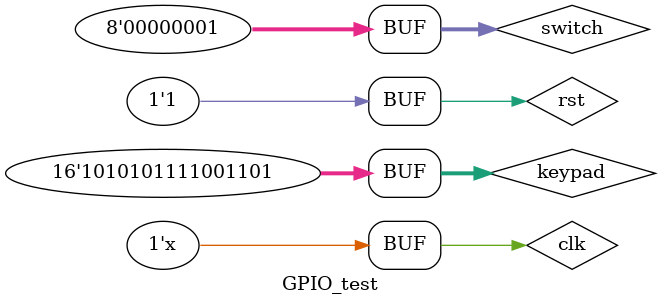
<source format=v>
`timescale 1ns / 1ps

module GPIO_test();

    reg clk, rst;

    initial begin
        clk = 0;
        rst = 0;
        #7 rst = 1;
    end

    always begin
        #5 clk = ~clk;
    end

    // AXI
    wire [3:0]  arid;
    wire [31:0] araddr;
    wire [7:0]  arlen;
    wire [2:0]  arsize;
    wire [1:0]  arburst;
    wire [1:0]  arlock;
    wire [3:0]  arcache;
    wire [2:0]  arprot;
    wire        arvalid;
    wire        arready;
    wire [3:0]  rid;
    wire [31:0] rdata;
    wire [1:0]  rresp;
    wire        rlast;
    wire        rvalid;
    wire        rready;
    wire [3:0]  awid;
    wire [31:0] awaddr;
    wire [7:0]  awlen;
    wire [2:0]  awsize;
    wire [1:0]  awburst;
    wire [1:0]  awlock;
    wire [3:0]  awcache;
    wire [2:0]  awprot;
    wire        awvalid;
    wire        awready;
    wire [3:0]  wid;
    wire [31:0] wdata;
    wire [3:0]  wstrb;
    wire        wlast;
    wire        wvalid;
    wire        wready;
    wire [3:0]  bid;
    wire [1:0]  bresp;
    wire        bvalid;
    wire        bready;

    reg inst_req, data_req;
    reg[31:0] inst_addr, data_addr, data_wdata;

    wire[31:0] inst_rdata_conn;
    wire inst_addr_ok_conn, inst_data_ok_conn;
    wire data_addr_ok_conn, data_data_ok_conn;

    cpu_axi_interface axi_interface(
        .clk(clk),
        .resetn(rst),

        .inst_req(inst_req),
        .inst_wr(0),
        .inst_size(2'b10),
        .inst_addr(inst_addr),
        .inst_wdata(0),
        .inst_rdata(inst_rdata_conn),
        .inst_addr_ok(inst_addr_ok_conn),
        .inst_data_ok(inst_data_ok_conn),

        .data_req(data_req),
        .data_wr(1),
        .data_size(2'b10),
        .data_addr(data_addr),
        .data_wdata(data_wdata),
        .data_rdata(),
        .data_addr_ok(data_addr_ok_conn),
        .data_data_ok(data_data_ok_conn),

        .arid(arid),
        .araddr(araddr),
        .arlen(arlen),
        .arsize(arsize),
        .arburst(arburst),
        .arlock(arlock),
        .arcache(arcache),
        .arprot(arprot),
        .arvalid(arvalid),
        .arready(arready),

        .rid(rid),
        .rdata(rdata),
        .rresp(rresp),
        .rlast(rlast),
        .rvalid(rvalid),
        .rready(rready),

        .awid(awid),
        .awaddr(awaddr),
        .awlen(awlen),
        .awsize(awsize),
        .awburst(awburst),
        .awlock(awlock),
        .awcache(awcache),
        .awprot(awprot),
        .awvalid(awvalid),
        .awready(awready),

        .wid(wid),
        .wdata(wdata),
        .wstrb(wstrb),
        .wlast(wlast),
        .wvalid(wvalid),
        .wready(wready),

        .bid(bid),
        .bresp(bresp),
        .bvalid(bvalid),
        .bready(bready)
    );

    // GPIO
    wire[1:0] bicolor_led_0, bicolor_led_1;
    wire[7:0] switch;
    wire[15:0] keypad, led;
    wire[31:0] num;

    assign switch = 7'h01;
    assign keypad = 16'habcd;

    GPIO gpio(
        .clk_timer(clk),
        .clk(clk),
        .rst(rst),
        
        .arid(arid),
        .araddr(araddr),
        .arlen(arlen),
        .arsize(arsize),
        .arburst(arburst),
        .arlock(arlock),
        .arcache(arcache),
        .arprot(arprot),
        .arvalid(arvalid),
        .arready(arready),

        .rid(rid),
        .rdata(rdata),
        .rresp(rresp),
        .rlast(rlast),
        .rvalid(rvalid),
        .rready(rready),

        .awid(awid),
        .awaddr(awaddr),
        .awlen(awlen),
        .awsize(awsize),
        .awburst(awburst),
        .awlock(awlock),
        .awcache(awcache),
        .awprot(awprot),
        .awvalid(awvalid),
        .awready(awready),

        .wid(wid),
        .wdata(wdata),
        .wstrb(wstrb),
        .wlast(wlast),
        .wvalid(wvalid),
        .wready(wready),

        .bid(bid),
        .bresp(bresp),
        .bvalid(bvalid),
        .bready(bready),

        .switch(switch),
        .keypad(keypad),
        .bicolor_led_0(bicolor_led_0),
        .bicolor_led_1(bicolor_led_1),
        .led(led),
        .num(num)
    );

    always @(posedge clk) begin
        if (!rst) begin
            inst_req <= 0;
            data_req <= 0;
            inst_addr <= 32'h1fd05004;
            // data_addr <= 32'h1fd05014;
            // data_wdata <= 32'h12345678;
        end
        else begin
            inst_req <= 1;
            // data_req <= 1;
        end
    end

endmodule // GPIO_test

</source>
